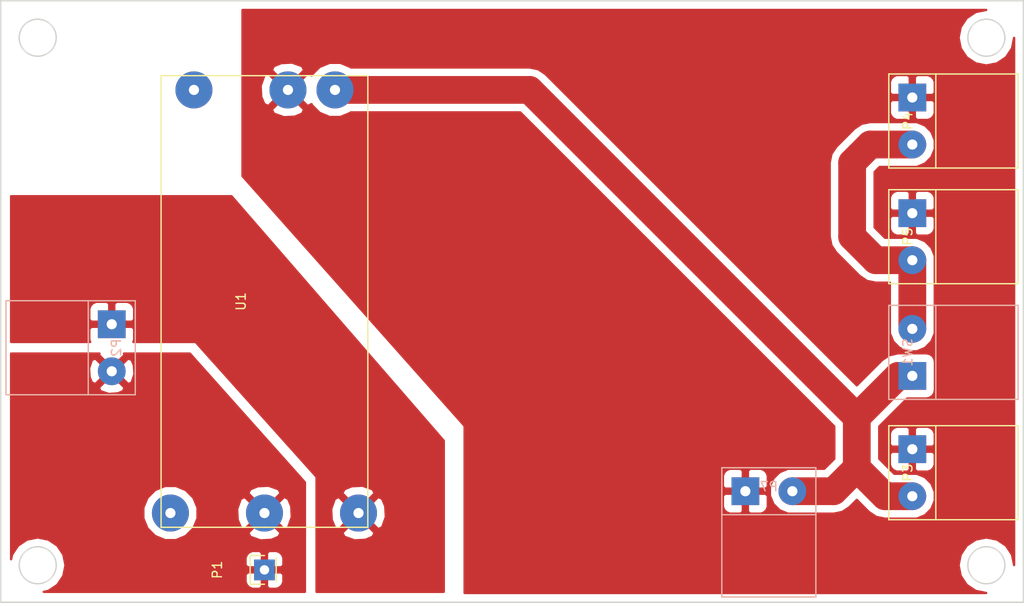
<source format=kicad_pcb>
(kicad_pcb (version 4) (host pcbnew 4.0.4-stable)

  (general
    (links 12)
    (no_connects 0)
    (area 15.444999 15.674999 126.555001 81.835714)
    (thickness 1.6)
    (drawings 8)
    (tracks 15)
    (zones 0)
    (modules 8)
    (nets 8)
  )

  (page A4)
  (layers
    (0 F.Cu signal)
    (31 B.Cu signal)
    (32 B.Adhes user)
    (33 F.Adhes user)
    (34 B.Paste user)
    (35 F.Paste user)
    (36 B.SilkS user)
    (37 F.SilkS user)
    (38 B.Mask user)
    (39 F.Mask user)
    (40 Dwgs.User user)
    (41 Cmts.User user)
    (42 Eco1.User user)
    (43 Eco2.User user)
    (44 Edge.Cuts user)
    (45 Margin user)
    (46 B.CrtYd user)
    (47 F.CrtYd user)
    (48 B.Fab user)
    (49 F.Fab user)
  )

  (setup
    (last_trace_width 3)
    (trace_clearance 0.8)
    (zone_clearance 0.8)
    (zone_45_only no)
    (trace_min 0.2)
    (segment_width 0.2)
    (edge_width 0.15)
    (via_size 0.6)
    (via_drill 0.4)
    (via_min_size 0.4)
    (via_min_drill 0.3)
    (uvia_size 0.3)
    (uvia_drill 0.1)
    (uvias_allowed no)
    (uvia_min_size 0.2)
    (uvia_min_drill 0.1)
    (pcb_text_width 0.3)
    (pcb_text_size 1.5 1.5)
    (mod_edge_width 0.15)
    (mod_text_size 1 1)
    (mod_text_width 0.15)
    (pad_size 1.524 1.524)
    (pad_drill 0.762)
    (pad_to_mask_clearance 0.2)
    (aux_axis_origin 15.5 81)
    (visible_elements 7FFFFFFF)
    (pcbplotparams
      (layerselection 0x00000_00000001)
      (usegerberextensions false)
      (excludeedgelayer false)
      (linewidth 0.100000)
      (plotframeref false)
      (viasonmask false)
      (mode 1)
      (useauxorigin true)
      (hpglpennumber 1)
      (hpglpenspeed 20)
      (hpglpendiameter 15)
      (hpglpenoverlay 2)
      (psnegative false)
      (psa4output false)
      (plotreference false)
      (plotvalue false)
      (plotinvisibletext false)
      (padsonsilk false)
      (subtractmaskfromsilk false)
      (outputformat 1)
      (mirror false)
      (drillshape 0)
      (scaleselection 1)
      (outputdirectory ""))
  )

  (net 0 "")
  (net 1 /GND5)
  (net 2 "Net-(P2-Pad1)")
  (net 3 /GND24)
  (net 4 "Net-(P3-Pad2)")
  (net 5 "Net-(U1-Pad3)")
  (net 6 "Net-(U1-Pad6)")
  (net 7 "Net-(P4-Pad2)")

  (net_class Default "Ceci est la Netclass par défaut"
    (clearance 0.8)
    (trace_width 3)
    (via_dia 0.6)
    (via_drill 0.4)
    (uvia_dia 0.3)
    (uvia_drill 0.1)
    (add_net /GND24)
    (add_net /GND5)
    (add_net "Net-(P2-Pad1)")
    (add_net "Net-(P3-Pad2)")
    (add_net "Net-(P4-Pad2)")
    (add_net "Net-(U1-Pad3)")
    (add_net "Net-(U1-Pad6)")
  )

  (module robair:UEI30-050-Q12P-C (layer F.Cu) (tedit 580F7BD8) (tstamp 5840789D)
    (at 44.25 48.25 90)
    (path /5840745A)
    (fp_text reference U1 (at 0 -2.54 90) (layer F.SilkS)
      (effects (font (size 1 1) (thickness 0.15)))
    )
    (fp_text value UEI30-050-Q12P-C (at 0 -3.81 90) (layer F.Fab)
      (effects (font (size 1 1) (thickness 0.15)))
    )
    (fp_line (start -24.4 0.08) (end -24.4 -11.17) (layer F.SilkS) (width 0.15))
    (fp_line (start -24.4 -11.17) (end 24.4 -11.17) (layer F.SilkS) (width 0.15))
    (fp_line (start 24.4 -11.17) (end 24.4 11.17) (layer F.SilkS) (width 0.15))
    (fp_line (start 24.4 11.17) (end -24.4 11.17) (layer F.SilkS) (width 0.15))
    (fp_line (start -24.4 11.17) (end -24.4 0) (layer F.SilkS) (width 0.15))
    (pad 5 thru_hole circle (at -22.86 0 90) (size 4 4) (drill 1.1) (layers *.Cu *.Mask)
      (net 1 /GND5))
    (pad 2 thru_hole circle (at 22.86 2.54 90) (size 4 4) (drill 1.1) (layers *.Cu *.Mask)
      (net 3 /GND24))
    (pad 1 thru_hole circle (at 22.86 7.62 90) (size 4 4) (drill 1.1) (layers *.Cu *.Mask)
      (net 4 "Net-(P3-Pad2)"))
    (pad 3 thru_hole circle (at 22.86 -7.62 90) (size 4 4) (drill 1.1) (layers *.Cu *.Mask)
      (net 5 "Net-(U1-Pad3)"))
    (pad 6 thru_hole circle (at -22.86 -10.16 90) (size 4 4) (drill 1.1) (layers *.Cu *.Mask)
      (net 6 "Net-(U1-Pad6)"))
    (pad 4 thru_hole circle (at -22.86 10.16 90) (size 4 4) (drill 1.1) (layers *.Cu *.Mask)
      (net 2 "Net-(P2-Pad1)"))
  )

  (module robair:Bornier5mm (layer B.Cu) (tedit 586BC4E8) (tstamp 5840788D)
    (at 27.75 53.25 270)
    (path /58407563)
    (fp_text reference P2 (at 0 -0.5 270) (layer B.SilkS)
      (effects (font (size 1 1) (thickness 0.15)) (justify mirror))
    )
    (fp_text value "5V out" (at 0.25 5.75 270) (layer F.Fab)
      (effects (font (size 1 1) (thickness 0.15)))
    )
    (fp_line (start -5.08 11.43) (end 5.08 11.43) (layer B.SilkS) (width 0.15))
    (fp_line (start 5.08 11.43) (end 5.08 2.54) (layer B.SilkS) (width 0.15))
    (fp_line (start -5.08 11.43) (end -5.08 2.54) (layer B.SilkS) (width 0.15))
    (fp_line (start -5.08 2.54) (end -5.08 -2.54) (layer B.SilkS) (width 0.15))
    (fp_line (start -5.08 -2.54) (end 5.08 -2.54) (layer B.SilkS) (width 0.15))
    (fp_line (start 5.08 -2.54) (end 5.08 2.54) (layer B.SilkS) (width 0.15))
    (fp_line (start 5.08 2.54) (end -5.08 2.54) (layer B.SilkS) (width 0.15))
    (pad 1 thru_hole rect (at -2.54 0 270) (size 3 3) (drill 1.1) (layers *.Cu *.Mask)
      (net 2 "Net-(P2-Pad1)"))
    (pad 2 thru_hole circle (at 2.54 0 270) (size 3 3) (drill 1.1) (layers *.Cu *.Mask)
      (net 1 /GND5))
  )

  (module Pin_Headers:Pin_Header_Straight_1x01 (layer F.Cu) (tedit 54EA08DC) (tstamp 58416CB3)
    (at 44.25 77.25 90)
    (descr "Through hole pin header")
    (tags "pin header")
    (path /58407645)
    (fp_text reference P1 (at 0 -5.1 90) (layer F.SilkS)
      (effects (font (size 1 1) (thickness 0.15)))
    )
    (fp_text value "GND Ardui" (at 0 -3.1 90) (layer F.Fab)
      (effects (font (size 1 1) (thickness 0.15)))
    )
    (fp_line (start 1.55 -1.55) (end 1.55 0) (layer F.SilkS) (width 0.15))
    (fp_line (start -1.75 -1.75) (end -1.75 1.75) (layer F.CrtYd) (width 0.05))
    (fp_line (start 1.75 -1.75) (end 1.75 1.75) (layer F.CrtYd) (width 0.05))
    (fp_line (start -1.75 -1.75) (end 1.75 -1.75) (layer F.CrtYd) (width 0.05))
    (fp_line (start -1.75 1.75) (end 1.75 1.75) (layer F.CrtYd) (width 0.05))
    (fp_line (start -1.55 0) (end -1.55 -1.55) (layer F.SilkS) (width 0.15))
    (fp_line (start -1.55 -1.55) (end 1.55 -1.55) (layer F.SilkS) (width 0.15))
    (fp_line (start -1.27 1.27) (end 1.27 1.27) (layer F.SilkS) (width 0.15))
    (pad 1 thru_hole rect (at 0 0 90) (size 2.2352 2.2352) (drill 1.016) (layers *.Cu *.Mask)
      (net 1 /GND5))
    (model Pin_Headers.3dshapes/Pin_Header_Straight_1x01.wrl
      (at (xyz 0 0 0))
      (scale (xyz 1 1 1))
      (rotate (xyz 0 0 90))
    )
  )

  (module robair:Bornier5mm (layer F.Cu) (tedit 586BC47D) (tstamp 58416CB9)
    (at 114.25 28.75 270)
    (path /58416998)
    (fp_text reference P4 (at 0 0.5 270) (layer F.SilkS)
      (effects (font (size 1 1) (thickness 0.15)))
    )
    (fp_text value Charg (at -0.25 -3.75 270) (layer F.Fab)
      (effects (font (size 1 1) (thickness 0.15)))
    )
    (fp_line (start -5.08 -11.43) (end 5.08 -11.43) (layer F.SilkS) (width 0.15))
    (fp_line (start 5.08 -11.43) (end 5.08 -2.54) (layer F.SilkS) (width 0.15))
    (fp_line (start -5.08 -11.43) (end -5.08 -2.54) (layer F.SilkS) (width 0.15))
    (fp_line (start -5.08 -2.54) (end -5.08 2.54) (layer F.SilkS) (width 0.15))
    (fp_line (start -5.08 2.54) (end 5.08 2.54) (layer F.SilkS) (width 0.15))
    (fp_line (start 5.08 2.54) (end 5.08 -2.54) (layer F.SilkS) (width 0.15))
    (fp_line (start 5.08 -2.54) (end -5.08 -2.54) (layer F.SilkS) (width 0.15))
    (pad 1 thru_hole rect (at -2.54 0 270) (size 3 3) (drill 1.1) (layers *.Cu *.Mask)
      (net 3 /GND24))
    (pad 2 thru_hole circle (at 2.54 0 270) (size 3 3) (drill 1.1) (layers *.Cu *.Mask)
      (net 7 "Net-(P4-Pad2)"))
  )

  (module robair:Bornier5mm (layer F.Cu) (tedit 586BC481) (tstamp 58416CBF)
    (at 114.25 41.25 270)
    (path /5841694E)
    (fp_text reference P5 (at 0 0.5 270) (layer F.SilkS)
      (effects (font (size 1 1) (thickness 0.15)))
    )
    (fp_text value Batt (at 0.25 -3.75 270) (layer F.Fab)
      (effects (font (size 1 1) (thickness 0.15)))
    )
    (fp_line (start -5.08 -11.43) (end 5.08 -11.43) (layer F.SilkS) (width 0.15))
    (fp_line (start 5.08 -11.43) (end 5.08 -2.54) (layer F.SilkS) (width 0.15))
    (fp_line (start -5.08 -11.43) (end -5.08 -2.54) (layer F.SilkS) (width 0.15))
    (fp_line (start -5.08 -2.54) (end -5.08 2.54) (layer F.SilkS) (width 0.15))
    (fp_line (start -5.08 2.54) (end 5.08 2.54) (layer F.SilkS) (width 0.15))
    (fp_line (start 5.08 2.54) (end 5.08 -2.54) (layer F.SilkS) (width 0.15))
    (fp_line (start 5.08 -2.54) (end -5.08 -2.54) (layer F.SilkS) (width 0.15))
    (pad 1 thru_hole rect (at -2.54 0 270) (size 3 3) (drill 1.1) (layers *.Cu *.Mask)
      (net 3 /GND24))
    (pad 2 thru_hole circle (at 2.54 0 270) (size 3 3) (drill 1.1) (layers *.Cu *.Mask)
      (net 7 "Net-(P4-Pad2)"))
  )

  (module robair:Bornier5mm (layer B.Cu) (tedit 586BC4BE) (tstamp 58416CC5)
    (at 114.25 53.75 90)
    (path /58416A61)
    (fp_text reference SW1 (at 0 -0.5 90) (layer B.SilkS)
      (effects (font (size 1 1) (thickness 0.15)) (justify mirror))
    )
    (fp_text value SW (at 0.25 3.75 90) (layer F.Fab)
      (effects (font (size 1 1) (thickness 0.15)))
    )
    (fp_line (start -5.08 11.43) (end 5.08 11.43) (layer B.SilkS) (width 0.15))
    (fp_line (start 5.08 11.43) (end 5.08 2.54) (layer B.SilkS) (width 0.15))
    (fp_line (start -5.08 11.43) (end -5.08 2.54) (layer B.SilkS) (width 0.15))
    (fp_line (start -5.08 2.54) (end -5.08 -2.54) (layer B.SilkS) (width 0.15))
    (fp_line (start -5.08 -2.54) (end 5.08 -2.54) (layer B.SilkS) (width 0.15))
    (fp_line (start 5.08 -2.54) (end 5.08 2.54) (layer B.SilkS) (width 0.15))
    (fp_line (start 5.08 2.54) (end -5.08 2.54) (layer B.SilkS) (width 0.15))
    (pad 1 thru_hole rect (at -2.54 0 90) (size 3 3) (drill 1.1) (layers *.Cu *.Mask)
      (net 4 "Net-(P3-Pad2)"))
    (pad 2 thru_hole circle (at 2.54 0 90) (size 3 3) (drill 1.1) (layers *.Cu *.Mask)
      (net 7 "Net-(P4-Pad2)"))
  )

  (module robair:Bornier5mm (layer F.Cu) (tedit 586BC497) (tstamp 58416DCE)
    (at 114.25 66.75 270)
    (path /584169C6)
    (fp_text reference P3 (at 0 0.5 270) (layer F.SilkS)
      (effects (font (size 1 1) (thickness 0.15)))
    )
    (fp_text value MD49 (at 0.25 -3.75 270) (layer F.Fab)
      (effects (font (size 1 1) (thickness 0.15)))
    )
    (fp_line (start -5.08 -11.43) (end 5.08 -11.43) (layer F.SilkS) (width 0.15))
    (fp_line (start 5.08 -11.43) (end 5.08 -2.54) (layer F.SilkS) (width 0.15))
    (fp_line (start -5.08 -11.43) (end -5.08 -2.54) (layer F.SilkS) (width 0.15))
    (fp_line (start -5.08 -2.54) (end -5.08 2.54) (layer F.SilkS) (width 0.15))
    (fp_line (start -5.08 2.54) (end 5.08 2.54) (layer F.SilkS) (width 0.15))
    (fp_line (start 5.08 2.54) (end 5.08 -2.54) (layer F.SilkS) (width 0.15))
    (fp_line (start 5.08 -2.54) (end -5.08 -2.54) (layer F.SilkS) (width 0.15))
    (pad 1 thru_hole rect (at -2.54 0 270) (size 3 3) (drill 1.1) (layers *.Cu *.Mask)
      (net 3 /GND24))
    (pad 2 thru_hole circle (at 2.54 0 270) (size 3 3) (drill 1.1) (layers *.Cu *.Mask)
      (net 4 "Net-(P3-Pad2)"))
  )

  (module robair:Bornier5mm (layer B.Cu) (tedit 586BC4D6) (tstamp 58525BAD)
    (at 98.75 68.75)
    (path /585255F2)
    (fp_text reference P7 (at 0 -0.5) (layer B.SilkS)
      (effects (font (size 1 1) (thickness 0.15)) (justify mirror))
    )
    (fp_text value AUX (at 0.25 4.25) (layer F.Fab)
      (effects (font (size 1 1) (thickness 0.15)))
    )
    (fp_line (start -5.08 11.43) (end 5.08 11.43) (layer B.SilkS) (width 0.15))
    (fp_line (start 5.08 11.43) (end 5.08 2.54) (layer B.SilkS) (width 0.15))
    (fp_line (start -5.08 11.43) (end -5.08 2.54) (layer B.SilkS) (width 0.15))
    (fp_line (start -5.08 2.54) (end -5.08 -2.54) (layer B.SilkS) (width 0.15))
    (fp_line (start -5.08 -2.54) (end 5.08 -2.54) (layer B.SilkS) (width 0.15))
    (fp_line (start 5.08 -2.54) (end 5.08 2.54) (layer B.SilkS) (width 0.15))
    (fp_line (start 5.08 2.54) (end -5.08 2.54) (layer B.SilkS) (width 0.15))
    (pad 1 thru_hole rect (at -2.54 0) (size 3 3) (drill 1.1) (layers *.Cu *.Mask)
      (net 3 /GND24))
    (pad 2 thru_hole circle (at 2.54 0) (size 3 3) (drill 1.1) (layers *.Cu *.Mask)
      (net 4 "Net-(P3-Pad2)"))
  )

  (gr_circle (center 19.75 76.75) (end 19.75 74.75) (layer Edge.Cuts) (width 0.15))
  (gr_circle (center 19.75 19.75) (end 19.75 21.75) (layer Edge.Cuts) (width 0.15))
  (gr_circle (center 122.25 76.75) (end 122.25 74.75) (layer Edge.Cuts) (width 0.15))
  (gr_circle (center 122.25 19.75) (end 122.25 17.75) (layer Edge.Cuts) (width 0.15))
  (gr_line (start 15.75 15.75) (end 15.75 80.75) (angle 90) (layer Edge.Cuts) (width 0.15))
  (gr_line (start 126.25 15.75) (end 15.75 15.75) (angle 90) (layer Edge.Cuts) (width 0.15))
  (gr_line (start 126.25 80.75) (end 126.25 15.75) (angle 90) (layer Edge.Cuts) (width 0.15))
  (gr_line (start 15.75 80.75) (end 126.25 80.75) (angle 90) (layer Edge.Cuts) (width 0.15))

  (segment (start 101.29 68.75) (end 105.75 68.75) (width 3) (layer F.Cu) (net 4))
  (segment (start 105.75 68.75) (end 108.25 66.25) (width 3) (layer F.Cu) (net 4) (tstamp 58525C30))
  (segment (start 51.87 25.39) (end 72.89 25.39) (width 3) (layer F.Cu) (net 4))
  (segment (start 72.89 25.39) (end 108.25 60.75) (width 3) (layer F.Cu) (net 4) (tstamp 584171C0))
  (segment (start 114.25 69.29) (end 111.29 69.29) (width 3) (layer F.Cu) (net 4))
  (segment (start 112.71 56.29) (end 114.25 56.29) (width 3) (layer F.Cu) (net 4) (tstamp 5841717D))
  (segment (start 108.25 60.75) (end 112.71 56.29) (width 3) (layer F.Cu) (net 4) (tstamp 5841717A))
  (segment (start 108.25 66.25) (end 108.25 60.75) (width 3) (layer F.Cu) (net 4) (tstamp 58417179))
  (segment (start 111.29 69.29) (end 108.25 66.25) (width 3) (layer F.Cu) (net 4) (tstamp 58417177))
  (segment (start 114.25 43.79) (end 114.25 51.21) (width 3) (layer F.Cu) (net 7))
  (segment (start 114.25 31.29) (end 109.71 31.29) (width 3) (layer F.Cu) (net 7))
  (segment (start 110.29 43.79) (end 114.25 43.79) (width 3) (layer F.Cu) (net 7) (tstamp 5841716F))
  (segment (start 107.75 41.25) (end 110.29 43.79) (width 3) (layer F.Cu) (net 7) (tstamp 5841716D))
  (segment (start 107.75 33.25) (end 107.75 41.25) (width 3) (layer F.Cu) (net 7) (tstamp 58417169))
  (segment (start 109.71 31.29) (end 107.75 33.25) (width 3) (layer F.Cu) (net 7) (tstamp 58417166))

  (zone (net 3) (net_name /GND24) (layer F.Cu) (tstamp 58416F20) (hatch edge 0.508)
    (connect_pads (clearance 0.8))
    (min_thickness 0.254)
    (fill yes (arc_segments 16) (thermal_gap 0.8) (thermal_bridge_width 0.8))
    (polygon
      (pts
        (xy 125.75 16.25) (xy 125.75 80.25) (xy 65.75 80.25) (xy 65.75 61.75) (xy 41.75 34.75)
        (xy 41.75 16.25)
      )
    )
    (filled_polygon
      (pts
        (xy 121.101184 16.976514) (xy 120.127265 17.627265) (xy 119.476514 18.601184) (xy 119.248 19.75) (xy 119.476514 20.898816)
        (xy 120.127265 21.872735) (xy 121.101184 22.523486) (xy 122.25 22.752) (xy 123.398816 22.523486) (xy 124.372735 21.872735)
        (xy 125.023486 20.898816) (xy 125.248 19.770109) (xy 125.248 76.729891) (xy 125.023486 75.601184) (xy 124.372735 74.627265)
        (xy 123.398816 73.976514) (xy 122.25 73.748) (xy 121.101184 73.976514) (xy 120.127265 74.627265) (xy 119.476514 75.601184)
        (xy 119.248 76.75) (xy 119.476514 77.898816) (xy 120.127265 78.872735) (xy 121.101184 79.523486) (xy 122.229891 79.748)
        (xy 65.877 79.748) (xy 65.877 69.25475) (xy 93.783 69.25475) (xy 93.783 70.434392) (xy 93.924127 70.775103)
        (xy 94.184896 71.035873) (xy 94.525608 71.177) (xy 95.70525 71.177) (xy 95.937 70.94525) (xy 95.937 69.023)
        (xy 96.483 69.023) (xy 96.483 70.94525) (xy 96.71475 71.177) (xy 97.894392 71.177) (xy 98.235104 71.035873)
        (xy 98.495873 70.775103) (xy 98.637 70.434392) (xy 98.637 69.25475) (xy 98.40525 69.023) (xy 96.483 69.023)
        (xy 95.937 69.023) (xy 94.01475 69.023) (xy 93.783 69.25475) (xy 65.877 69.25475) (xy 65.877 67.065608)
        (xy 93.783 67.065608) (xy 93.783 68.24525) (xy 94.01475 68.477) (xy 95.937 68.477) (xy 95.937 66.55475)
        (xy 96.483 66.55475) (xy 96.483 68.477) (xy 98.40525 68.477) (xy 98.637 68.24525) (xy 98.637 67.065608)
        (xy 98.495873 66.724897) (xy 98.235104 66.464127) (xy 97.894392 66.323) (xy 96.71475 66.323) (xy 96.483 66.55475)
        (xy 95.937 66.55475) (xy 95.70525 66.323) (xy 94.525608 66.323) (xy 94.184896 66.464127) (xy 93.924127 66.724897)
        (xy 93.783 67.065608) (xy 65.877 67.065608) (xy 65.877 61.75) (xy 65.866994 61.70059) (xy 65.844921 61.665626)
        (xy 41.877 34.701715) (xy 41.877 27.519821) (xy 45.046259 27.519821) (xy 45.264064 27.954726) (xy 46.361698 28.343449)
        (xy 47.524535 28.282535) (xy 48.315936 27.954726) (xy 48.533741 27.519821) (xy 46.79 25.77608) (xy 45.046259 27.519821)
        (xy 41.877 27.519821) (xy 41.877 24.961698) (xy 43.836551 24.961698) (xy 43.897465 26.124535) (xy 44.225274 26.915936)
        (xy 44.660179 27.133741) (xy 46.40392 25.39) (xy 47.17608 25.39) (xy 48.919821 27.133741) (xy 49.337128 26.924749)
        (xy 49.387164 27.045846) (xy 50.209823 27.869943) (xy 51.285229 28.31649) (xy 52.449662 28.317507) (xy 53.525846 27.872836)
        (xy 53.58178 27.817) (xy 71.884704 27.817) (xy 105.823 61.755296) (xy 105.823 65.244704) (xy 104.744704 66.323)
        (xy 101.291545 66.323) (xy 100.809358 66.322579) (xy 99.917011 66.69129) (xy 99.233689 67.37342) (xy 98.863422 68.265122)
        (xy 98.862579 69.230642) (xy 99.23129 70.122989) (xy 99.91342 70.806311) (xy 100.805122 71.176578) (xy 101.770642 71.177421)
        (xy 101.771661 71.177) (xy 105.75 71.177) (xy 106.678773 70.992256) (xy 107.466148 70.466148) (xy 108.25 69.682296)
        (xy 109.573852 71.006148) (xy 110.361227 71.532256) (xy 111.29 71.717) (xy 114.248455 71.717) (xy 114.730642 71.717421)
        (xy 115.622989 71.34871) (xy 116.306311 70.66658) (xy 116.676578 69.774878) (xy 116.677421 68.809358) (xy 116.30871 67.917011)
        (xy 115.62658 67.233689) (xy 114.734878 66.863422) (xy 113.769358 66.862579) (xy 113.768339 66.863) (xy 112.295296 66.863)
        (xy 110.677 65.244704) (xy 110.677 64.71475) (xy 111.823 64.71475) (xy 111.823 65.894392) (xy 111.964127 66.235104)
        (xy 112.224897 66.495873) (xy 112.565608 66.637) (xy 113.74525 66.637) (xy 113.977 66.40525) (xy 113.977 64.483)
        (xy 114.523 64.483) (xy 114.523 66.40525) (xy 114.75475 66.637) (xy 115.934392 66.637) (xy 116.275103 66.495873)
        (xy 116.535873 66.235104) (xy 116.677 65.894392) (xy 116.677 64.71475) (xy 116.44525 64.483) (xy 114.523 64.483)
        (xy 113.977 64.483) (xy 112.05475 64.483) (xy 111.823 64.71475) (xy 110.677 64.71475) (xy 110.677 62.525608)
        (xy 111.823 62.525608) (xy 111.823 63.70525) (xy 112.05475 63.937) (xy 113.977 63.937) (xy 113.977 62.01475)
        (xy 114.523 62.01475) (xy 114.523 63.937) (xy 116.44525 63.937) (xy 116.677 63.70525) (xy 116.677 62.525608)
        (xy 116.535873 62.184896) (xy 116.275103 61.924127) (xy 115.934392 61.783) (xy 114.75475 61.783) (xy 114.523 62.01475)
        (xy 113.977 62.01475) (xy 113.74525 61.783) (xy 112.565608 61.783) (xy 112.224897 61.924127) (xy 111.964127 62.184896)
        (xy 111.823 62.525608) (xy 110.677 62.525608) (xy 110.677 61.755296) (xy 113.697136 58.735161) (xy 115.75 58.735161)
        (xy 116.093526 58.670522) (xy 116.409033 58.467499) (xy 116.620696 58.157721) (xy 116.695161 57.79) (xy 116.695161 54.79)
        (xy 116.630522 54.446474) (xy 116.427499 54.130967) (xy 116.117721 53.919304) (xy 115.75 53.844839) (xy 112.75 53.844839)
        (xy 112.406474 53.909478) (xy 112.375215 53.929593) (xy 111.781227 54.047744) (xy 110.993851 54.573852) (xy 108.25 57.317704)
        (xy 84.182296 33.25) (xy 105.323 33.25) (xy 105.323 41.25) (xy 105.507744 42.178773) (xy 106.033852 42.966148)
        (xy 108.573852 45.506148) (xy 109.361227 46.032256) (xy 110.29 46.217) (xy 111.823 46.217) (xy 111.823 51.208455)
        (xy 111.822579 51.690642) (xy 112.19129 52.582989) (xy 112.87342 53.266311) (xy 113.765122 53.636578) (xy 114.730642 53.637421)
        (xy 115.622989 53.26871) (xy 116.306311 52.58658) (xy 116.676578 51.694878) (xy 116.677421 50.729358) (xy 116.677 50.728339)
        (xy 116.677 43.791545) (xy 116.677421 43.309358) (xy 116.30871 42.417011) (xy 115.62658 41.733689) (xy 114.734878 41.363422)
        (xy 113.769358 41.362579) (xy 113.768339 41.363) (xy 111.295296 41.363) (xy 110.177 40.244704) (xy 110.177 39.21475)
        (xy 111.823 39.21475) (xy 111.823 40.394392) (xy 111.964127 40.735104) (xy 112.224897 40.995873) (xy 112.565608 41.137)
        (xy 113.74525 41.137) (xy 113.977 40.90525) (xy 113.977 38.983) (xy 114.523 38.983) (xy 114.523 40.90525)
        (xy 114.75475 41.137) (xy 115.934392 41.137) (xy 116.275103 40.995873) (xy 116.535873 40.735104) (xy 116.677 40.394392)
        (xy 116.677 39.21475) (xy 116.44525 38.983) (xy 114.523 38.983) (xy 113.977 38.983) (xy 112.05475 38.983)
        (xy 111.823 39.21475) (xy 110.177 39.21475) (xy 110.177 37.025608) (xy 111.823 37.025608) (xy 111.823 38.20525)
        (xy 112.05475 38.437) (xy 113.977 38.437) (xy 113.977 36.51475) (xy 114.523 36.51475) (xy 114.523 38.437)
        (xy 116.44525 38.437) (xy 116.677 38.20525) (xy 116.677 37.025608) (xy 116.535873 36.684896) (xy 116.275103 36.424127)
        (xy 115.934392 36.283) (xy 114.75475 36.283) (xy 114.523 36.51475) (xy 113.977 36.51475) (xy 113.74525 36.283)
        (xy 112.565608 36.283) (xy 112.224897 36.424127) (xy 111.964127 36.684896) (xy 111.823 37.025608) (xy 110.177 37.025608)
        (xy 110.177 34.255296) (xy 110.715296 33.717) (xy 114.248455 33.717) (xy 114.730642 33.717421) (xy 115.622989 33.34871)
        (xy 116.306311 32.66658) (xy 116.676578 31.774878) (xy 116.677421 30.809358) (xy 116.30871 29.917011) (xy 115.62658 29.233689)
        (xy 114.734878 28.863422) (xy 113.769358 28.862579) (xy 113.768339 28.863) (xy 109.71 28.863) (xy 108.781227 29.047744)
        (xy 107.993852 29.573852) (xy 106.033852 31.533852) (xy 105.507744 32.321227) (xy 105.323 33.25) (xy 84.182296 33.25)
        (xy 77.647046 26.71475) (xy 111.823 26.71475) (xy 111.823 27.894392) (xy 111.964127 28.235104) (xy 112.224897 28.495873)
        (xy 112.565608 28.637) (xy 113.74525 28.637) (xy 113.977 28.40525) (xy 113.977 26.483) (xy 114.523 26.483)
        (xy 114.523 28.40525) (xy 114.75475 28.637) (xy 115.934392 28.637) (xy 116.275103 28.495873) (xy 116.535873 28.235104)
        (xy 116.677 27.894392) (xy 116.677 26.71475) (xy 116.44525 26.483) (xy 114.523 26.483) (xy 113.977 26.483)
        (xy 112.05475 26.483) (xy 111.823 26.71475) (xy 77.647046 26.71475) (xy 75.457904 24.525608) (xy 111.823 24.525608)
        (xy 111.823 25.70525) (xy 112.05475 25.937) (xy 113.977 25.937) (xy 113.977 24.01475) (xy 114.523 24.01475)
        (xy 114.523 25.937) (xy 116.44525 25.937) (xy 116.677 25.70525) (xy 116.677 24.525608) (xy 116.535873 24.184896)
        (xy 116.275103 23.924127) (xy 115.934392 23.783) (xy 114.75475 23.783) (xy 114.523 24.01475) (xy 113.977 24.01475)
        (xy 113.74525 23.783) (xy 112.565608 23.783) (xy 112.224897 23.924127) (xy 111.964127 24.184896) (xy 111.823 24.525608)
        (xy 75.457904 24.525608) (xy 74.606148 23.673852) (xy 73.818773 23.147744) (xy 72.89 22.963) (xy 53.583028 22.963)
        (xy 53.530177 22.910057) (xy 52.454771 22.46351) (xy 51.290338 22.462493) (xy 50.214154 22.907164) (xy 49.390057 23.729823)
        (xy 49.337829 23.855602) (xy 48.919821 23.646259) (xy 47.17608 25.39) (xy 46.40392 25.39) (xy 44.660179 23.646259)
        (xy 44.225274 23.864064) (xy 43.836551 24.961698) (xy 41.877 24.961698) (xy 41.877 23.260179) (xy 45.046259 23.260179)
        (xy 46.79 25.00392) (xy 48.533741 23.260179) (xy 48.315936 22.825274) (xy 47.218302 22.436551) (xy 46.055465 22.497465)
        (xy 45.264064 22.825274) (xy 45.046259 23.260179) (xy 41.877 23.260179) (xy 41.877 16.752) (xy 122.229891 16.752)
      )
    )
  )
  (zone (net 2) (net_name "Net-(P2-Pad1)") (layer F.Cu) (tstamp 5841721B) (hatch edge 0.508)
    (connect_pads (clearance 0.8))
    (min_thickness 0.254)
    (fill yes (arc_segments 16) (thermal_gap 0.8) (thermal_bridge_width 0.8))
    (polygon
      (pts
        (xy 40.75 36.75) (xy 63.75 63.25) (xy 63.75 79.75) (xy 49.75 79.75) (xy 49.75 67.25)
        (xy 36.75 52.75) (xy 16.75 52.75) (xy 16.75 36.75)
      )
    )
    (filled_polygon
      (pts
        (xy 63.623 63.297427) (xy 63.623 79.623) (xy 49.877 79.623) (xy 49.877 73.239821) (xy 52.666259 73.239821)
        (xy 52.884064 73.674726) (xy 53.981698 74.063449) (xy 55.144535 74.002535) (xy 55.935936 73.674726) (xy 56.153741 73.239821)
        (xy 54.41 71.49608) (xy 52.666259 73.239821) (xy 49.877 73.239821) (xy 49.877 70.681698) (xy 51.456551 70.681698)
        (xy 51.517465 71.844535) (xy 51.845274 72.635936) (xy 52.280179 72.853741) (xy 54.02392 71.11) (xy 54.79608 71.11)
        (xy 56.539821 72.853741) (xy 56.974726 72.635936) (xy 57.363449 71.538302) (xy 57.302535 70.375465) (xy 56.974726 69.584064)
        (xy 56.539821 69.366259) (xy 54.79608 71.11) (xy 54.02392 71.11) (xy 52.280179 69.366259) (xy 51.845274 69.584064)
        (xy 51.456551 70.681698) (xy 49.877 70.681698) (xy 49.877 68.980179) (xy 52.666259 68.980179) (xy 54.41 70.72392)
        (xy 56.153741 68.980179) (xy 55.935936 68.545274) (xy 54.838302 68.156551) (xy 53.675465 68.217465) (xy 52.884064 68.545274)
        (xy 52.666259 68.980179) (xy 49.877 68.980179) (xy 49.877 67.25) (xy 49.866994 67.20059) (xy 49.84456 67.165222)
        (xy 36.84456 52.665222) (xy 36.804127 52.635112) (xy 36.75 52.623) (xy 30.082308 52.623) (xy 30.177 52.394392)
        (xy 30.177 51.21475) (xy 29.94525 50.983) (xy 28.023 50.983) (xy 28.023 51.003) (xy 27.477 51.003)
        (xy 27.477 50.983) (xy 25.55475 50.983) (xy 25.323 51.21475) (xy 25.323 52.394392) (xy 25.417692 52.623)
        (xy 16.877 52.623) (xy 16.877 49.025608) (xy 25.323 49.025608) (xy 25.323 50.20525) (xy 25.55475 50.437)
        (xy 27.477 50.437) (xy 27.477 48.51475) (xy 28.023 48.51475) (xy 28.023 50.437) (xy 29.94525 50.437)
        (xy 30.177 50.20525) (xy 30.177 49.025608) (xy 30.035873 48.684896) (xy 29.775103 48.424127) (xy 29.434392 48.283)
        (xy 28.25475 48.283) (xy 28.023 48.51475) (xy 27.477 48.51475) (xy 27.24525 48.283) (xy 26.065608 48.283)
        (xy 25.724897 48.424127) (xy 25.464127 48.684896) (xy 25.323 49.025608) (xy 16.877 49.025608) (xy 16.877 36.877)
        (xy 40.692063 36.877)
      )
    )
  )
  (zone (net 1) (net_name /GND5) (layer F.Cu) (tstamp 5841725B) (hatch edge 0.508)
    (connect_pads (clearance 0.8))
    (min_thickness 0.254)
    (fill yes (arc_segments 16) (thermal_gap 0.8) (thermal_bridge_width 0.8))
    (polygon
      (pts
        (xy 36.25 53.75) (xy 48.75 67.75) (xy 48.75 79.75) (xy 16.75 79.75) (xy 16.75 53.75)
      )
    )
    (filled_polygon
      (pts
        (xy 26.368935 54.022855) (xy 27.75 55.40392) (xy 29.131065 54.022855) (xy 29.07155 53.877) (xy 36.193137 53.877)
        (xy 48.623 67.798446) (xy 48.623 79.623) (xy 20.398526 79.623) (xy 20.898816 79.523486) (xy 21.872735 78.872735)
        (xy 22.523486 77.898816) (xy 22.552142 77.75475) (xy 42.2054 77.75475) (xy 42.2054 78.551992) (xy 42.346527 78.892704)
        (xy 42.607297 79.153473) (xy 42.948008 79.2946) (xy 43.74525 79.2946) (xy 43.977 79.06285) (xy 43.977 77.523)
        (xy 44.523 77.523) (xy 44.523 79.06285) (xy 44.75475 79.2946) (xy 45.551992 79.2946) (xy 45.892703 79.153473)
        (xy 46.153473 78.892704) (xy 46.2946 78.551992) (xy 46.2946 77.75475) (xy 46.06285 77.523) (xy 44.523 77.523)
        (xy 43.977 77.523) (xy 42.43715 77.523) (xy 42.2054 77.75475) (xy 22.552142 77.75475) (xy 22.752 76.75)
        (xy 22.592474 75.948008) (xy 42.2054 75.948008) (xy 42.2054 76.74525) (xy 42.43715 76.977) (xy 43.977 76.977)
        (xy 43.977 75.43715) (xy 44.523 75.43715) (xy 44.523 76.977) (xy 46.06285 76.977) (xy 46.2946 76.74525)
        (xy 46.2946 75.948008) (xy 46.153473 75.607296) (xy 45.892703 75.346527) (xy 45.551992 75.2054) (xy 44.75475 75.2054)
        (xy 44.523 75.43715) (xy 43.977 75.43715) (xy 43.74525 75.2054) (xy 42.948008 75.2054) (xy 42.607297 75.346527)
        (xy 42.346527 75.607296) (xy 42.2054 75.948008) (xy 22.592474 75.948008) (xy 22.523486 75.601184) (xy 21.872735 74.627265)
        (xy 20.898816 73.976514) (xy 19.75 73.748) (xy 18.601184 73.976514) (xy 17.627265 74.627265) (xy 16.976514 75.601184)
        (xy 16.877 76.101474) (xy 16.877 71.689662) (xy 31.162493 71.689662) (xy 31.607164 72.765846) (xy 32.429823 73.589943)
        (xy 33.505229 74.03649) (xy 34.669662 74.037507) (xy 35.745846 73.592836) (xy 36.099478 73.239821) (xy 42.506259 73.239821)
        (xy 42.724064 73.674726) (xy 43.821698 74.063449) (xy 44.984535 74.002535) (xy 45.775936 73.674726) (xy 45.993741 73.239821)
        (xy 44.25 71.49608) (xy 42.506259 73.239821) (xy 36.099478 73.239821) (xy 36.569943 72.770177) (xy 37.01649 71.694771)
        (xy 37.017374 70.681698) (xy 41.296551 70.681698) (xy 41.357465 71.844535) (xy 41.685274 72.635936) (xy 42.120179 72.853741)
        (xy 43.86392 71.11) (xy 44.63608 71.11) (xy 46.379821 72.853741) (xy 46.814726 72.635936) (xy 47.203449 71.538302)
        (xy 47.142535 70.375465) (xy 46.814726 69.584064) (xy 46.379821 69.366259) (xy 44.63608 71.11) (xy 43.86392 71.11)
        (xy 42.120179 69.366259) (xy 41.685274 69.584064) (xy 41.296551 70.681698) (xy 37.017374 70.681698) (xy 37.017507 70.530338)
        (xy 36.572836 69.454154) (xy 36.099689 68.980179) (xy 42.506259 68.980179) (xy 44.25 70.72392) (xy 45.993741 68.980179)
        (xy 45.775936 68.545274) (xy 44.678302 68.156551) (xy 43.515465 68.217465) (xy 42.724064 68.545274) (xy 42.506259 68.980179)
        (xy 36.099689 68.980179) (xy 35.750177 68.630057) (xy 34.674771 68.18351) (xy 33.510338 68.182493) (xy 32.434154 68.627164)
        (xy 31.610057 69.449823) (xy 31.16351 70.525229) (xy 31.162493 71.689662) (xy 16.877 71.689662) (xy 16.877 57.557145)
        (xy 26.368935 57.557145) (xy 26.525237 57.940197) (xy 27.441312 58.24522) (xy 28.404381 58.176457) (xy 28.974763 57.940197)
        (xy 29.131065 57.557145) (xy 27.75 56.17608) (xy 26.368935 57.557145) (xy 16.877 57.557145) (xy 16.877 55.481312)
        (xy 25.29478 55.481312) (xy 25.363543 56.444381) (xy 25.599803 57.014763) (xy 25.982855 57.171065) (xy 27.36392 55.79)
        (xy 28.13608 55.79) (xy 29.517145 57.171065) (xy 29.900197 57.014763) (xy 30.20522 56.098688) (xy 30.136457 55.135619)
        (xy 29.900197 54.565237) (xy 29.517145 54.408935) (xy 28.13608 55.79) (xy 27.36392 55.79) (xy 25.982855 54.408935)
        (xy 25.599803 54.565237) (xy 25.29478 55.481312) (xy 16.877 55.481312) (xy 16.877 53.877) (xy 26.42845 53.877)
      )
    )
  )
)

</source>
